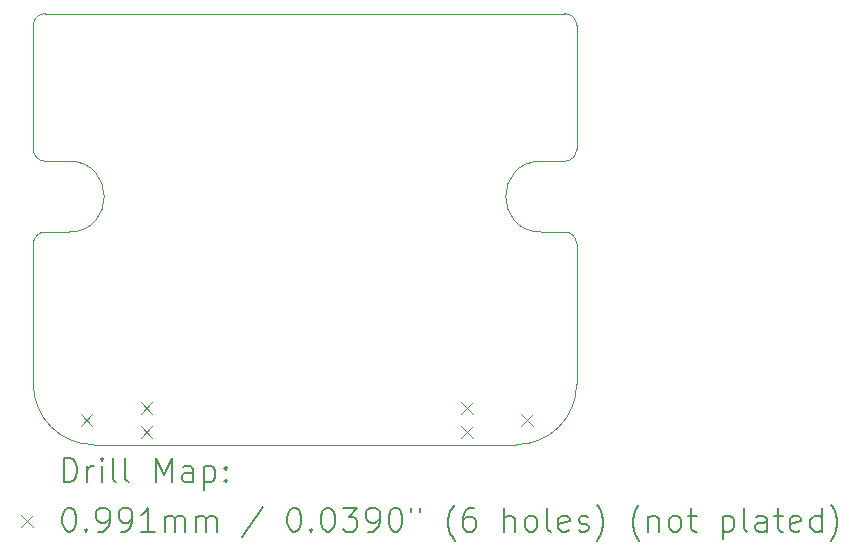
<source format=gbr>
%TF.GenerationSoftware,KiCad,Pcbnew,7.0.7*%
%TF.CreationDate,2023-12-03T17:34:22+00:00*%
%TF.ProjectId,tundraIOExpansion,74756e64-7261-4494-9f45-7870616e7369,rev?*%
%TF.SameCoordinates,Original*%
%TF.FileFunction,Drillmap*%
%TF.FilePolarity,Positive*%
%FSLAX45Y45*%
G04 Gerber Fmt 4.5, Leading zero omitted, Abs format (unit mm)*
G04 Created by KiCad (PCBNEW 7.0.7) date 2023-12-03 17:34:22*
%MOMM*%
%LPD*%
G01*
G04 APERTURE LIST*
%ADD10C,0.100000*%
%ADD11C,0.200000*%
%ADD12C,0.099060*%
G04 APERTURE END LIST*
D10*
X11578000Y-6809000D02*
G75*
G03*
X11678000Y-6909000I100000J0D01*
G01*
X11678000Y-7509000D02*
G75*
G03*
X11578000Y-7609000I0J-100000D01*
G01*
X16178000Y-7609000D02*
G75*
G03*
X16078000Y-7509000I-100000J0D01*
G01*
X16078000Y-6909000D02*
G75*
G03*
X16178000Y-6809000I0J100000D01*
G01*
X16178000Y-5759000D02*
G75*
G03*
X16078000Y-5659000I-100000J0D01*
G01*
X11678000Y-5659000D02*
G75*
G03*
X11578000Y-5759000I0J-100000D01*
G01*
X15665900Y-9309000D02*
G75*
G03*
X16178000Y-8796900I0J512100D01*
G01*
X11578000Y-8796900D02*
G75*
G03*
X12090100Y-9309000I512100J0D01*
G01*
X11578000Y-6809000D02*
X11578000Y-5759000D01*
X11878000Y-7509000D02*
X11678000Y-7509000D01*
X15878000Y-6909000D02*
X16078000Y-6909000D01*
X12090100Y-9309000D02*
X15665900Y-9309000D01*
X16178000Y-6809000D02*
X16178000Y-5759000D01*
X11578000Y-7609000D02*
X11578000Y-8796900D01*
X16078000Y-7509000D02*
X15878000Y-7509000D01*
X11678000Y-6909000D02*
X11878000Y-6909000D01*
X16078000Y-5659000D02*
X11678000Y-5659000D01*
X11878000Y-7509000D02*
G75*
G03*
X11878000Y-6909000I0J300000D01*
G01*
X16178000Y-8796900D02*
X16178000Y-7609000D01*
X15878000Y-6909000D02*
G75*
G03*
X15878000Y-7509000I0J-300000D01*
G01*
D11*
D12*
X11979470Y-9051470D02*
X12078530Y-9150530D01*
X12078530Y-9051470D02*
X11979470Y-9150530D01*
X12487470Y-8949870D02*
X12586530Y-9048930D01*
X12586530Y-8949870D02*
X12487470Y-9048930D01*
X12487470Y-9153070D02*
X12586530Y-9252130D01*
X12586530Y-9153070D02*
X12487470Y-9252130D01*
X15199470Y-8949870D02*
X15298530Y-9048930D01*
X15298530Y-8949870D02*
X15199470Y-9048930D01*
X15199470Y-9153070D02*
X15298530Y-9252130D01*
X15298530Y-9153070D02*
X15199470Y-9252130D01*
X15707470Y-9051470D02*
X15806530Y-9150530D01*
X15806530Y-9051470D02*
X15707470Y-9150530D01*
D11*
X11833777Y-9625484D02*
X11833777Y-9425484D01*
X11833777Y-9425484D02*
X11881396Y-9425484D01*
X11881396Y-9425484D02*
X11909967Y-9435008D01*
X11909967Y-9435008D02*
X11929015Y-9454055D01*
X11929015Y-9454055D02*
X11938539Y-9473103D01*
X11938539Y-9473103D02*
X11948062Y-9511198D01*
X11948062Y-9511198D02*
X11948062Y-9539770D01*
X11948062Y-9539770D02*
X11938539Y-9577865D01*
X11938539Y-9577865D02*
X11929015Y-9596912D01*
X11929015Y-9596912D02*
X11909967Y-9615960D01*
X11909967Y-9615960D02*
X11881396Y-9625484D01*
X11881396Y-9625484D02*
X11833777Y-9625484D01*
X12033777Y-9625484D02*
X12033777Y-9492150D01*
X12033777Y-9530246D02*
X12043301Y-9511198D01*
X12043301Y-9511198D02*
X12052824Y-9501674D01*
X12052824Y-9501674D02*
X12071872Y-9492150D01*
X12071872Y-9492150D02*
X12090920Y-9492150D01*
X12157586Y-9625484D02*
X12157586Y-9492150D01*
X12157586Y-9425484D02*
X12148062Y-9435008D01*
X12148062Y-9435008D02*
X12157586Y-9444531D01*
X12157586Y-9444531D02*
X12167110Y-9435008D01*
X12167110Y-9435008D02*
X12157586Y-9425484D01*
X12157586Y-9425484D02*
X12157586Y-9444531D01*
X12281396Y-9625484D02*
X12262348Y-9615960D01*
X12262348Y-9615960D02*
X12252824Y-9596912D01*
X12252824Y-9596912D02*
X12252824Y-9425484D01*
X12386158Y-9625484D02*
X12367110Y-9615960D01*
X12367110Y-9615960D02*
X12357586Y-9596912D01*
X12357586Y-9596912D02*
X12357586Y-9425484D01*
X12614729Y-9625484D02*
X12614729Y-9425484D01*
X12614729Y-9425484D02*
X12681396Y-9568341D01*
X12681396Y-9568341D02*
X12748062Y-9425484D01*
X12748062Y-9425484D02*
X12748062Y-9625484D01*
X12929015Y-9625484D02*
X12929015Y-9520722D01*
X12929015Y-9520722D02*
X12919491Y-9501674D01*
X12919491Y-9501674D02*
X12900443Y-9492150D01*
X12900443Y-9492150D02*
X12862348Y-9492150D01*
X12862348Y-9492150D02*
X12843301Y-9501674D01*
X12929015Y-9615960D02*
X12909967Y-9625484D01*
X12909967Y-9625484D02*
X12862348Y-9625484D01*
X12862348Y-9625484D02*
X12843301Y-9615960D01*
X12843301Y-9615960D02*
X12833777Y-9596912D01*
X12833777Y-9596912D02*
X12833777Y-9577865D01*
X12833777Y-9577865D02*
X12843301Y-9558817D01*
X12843301Y-9558817D02*
X12862348Y-9549293D01*
X12862348Y-9549293D02*
X12909967Y-9549293D01*
X12909967Y-9549293D02*
X12929015Y-9539770D01*
X13024253Y-9492150D02*
X13024253Y-9692150D01*
X13024253Y-9501674D02*
X13043301Y-9492150D01*
X13043301Y-9492150D02*
X13081396Y-9492150D01*
X13081396Y-9492150D02*
X13100443Y-9501674D01*
X13100443Y-9501674D02*
X13109967Y-9511198D01*
X13109967Y-9511198D02*
X13119491Y-9530246D01*
X13119491Y-9530246D02*
X13119491Y-9587389D01*
X13119491Y-9587389D02*
X13109967Y-9606436D01*
X13109967Y-9606436D02*
X13100443Y-9615960D01*
X13100443Y-9615960D02*
X13081396Y-9625484D01*
X13081396Y-9625484D02*
X13043301Y-9625484D01*
X13043301Y-9625484D02*
X13024253Y-9615960D01*
X13205205Y-9606436D02*
X13214729Y-9615960D01*
X13214729Y-9615960D02*
X13205205Y-9625484D01*
X13205205Y-9625484D02*
X13195682Y-9615960D01*
X13195682Y-9615960D02*
X13205205Y-9606436D01*
X13205205Y-9606436D02*
X13205205Y-9625484D01*
X13205205Y-9501674D02*
X13214729Y-9511198D01*
X13214729Y-9511198D02*
X13205205Y-9520722D01*
X13205205Y-9520722D02*
X13195682Y-9511198D01*
X13195682Y-9511198D02*
X13205205Y-9501674D01*
X13205205Y-9501674D02*
X13205205Y-9520722D01*
D12*
X11473940Y-9904470D02*
X11573000Y-10003530D01*
X11573000Y-9904470D02*
X11473940Y-10003530D01*
D11*
X11871872Y-9845484D02*
X11890920Y-9845484D01*
X11890920Y-9845484D02*
X11909967Y-9855008D01*
X11909967Y-9855008D02*
X11919491Y-9864531D01*
X11919491Y-9864531D02*
X11929015Y-9883579D01*
X11929015Y-9883579D02*
X11938539Y-9921674D01*
X11938539Y-9921674D02*
X11938539Y-9969293D01*
X11938539Y-9969293D02*
X11929015Y-10007389D01*
X11929015Y-10007389D02*
X11919491Y-10026436D01*
X11919491Y-10026436D02*
X11909967Y-10035960D01*
X11909967Y-10035960D02*
X11890920Y-10045484D01*
X11890920Y-10045484D02*
X11871872Y-10045484D01*
X11871872Y-10045484D02*
X11852824Y-10035960D01*
X11852824Y-10035960D02*
X11843301Y-10026436D01*
X11843301Y-10026436D02*
X11833777Y-10007389D01*
X11833777Y-10007389D02*
X11824253Y-9969293D01*
X11824253Y-9969293D02*
X11824253Y-9921674D01*
X11824253Y-9921674D02*
X11833777Y-9883579D01*
X11833777Y-9883579D02*
X11843301Y-9864531D01*
X11843301Y-9864531D02*
X11852824Y-9855008D01*
X11852824Y-9855008D02*
X11871872Y-9845484D01*
X12024253Y-10026436D02*
X12033777Y-10035960D01*
X12033777Y-10035960D02*
X12024253Y-10045484D01*
X12024253Y-10045484D02*
X12014729Y-10035960D01*
X12014729Y-10035960D02*
X12024253Y-10026436D01*
X12024253Y-10026436D02*
X12024253Y-10045484D01*
X12129015Y-10045484D02*
X12167110Y-10045484D01*
X12167110Y-10045484D02*
X12186158Y-10035960D01*
X12186158Y-10035960D02*
X12195682Y-10026436D01*
X12195682Y-10026436D02*
X12214729Y-9997865D01*
X12214729Y-9997865D02*
X12224253Y-9959770D01*
X12224253Y-9959770D02*
X12224253Y-9883579D01*
X12224253Y-9883579D02*
X12214729Y-9864531D01*
X12214729Y-9864531D02*
X12205205Y-9855008D01*
X12205205Y-9855008D02*
X12186158Y-9845484D01*
X12186158Y-9845484D02*
X12148062Y-9845484D01*
X12148062Y-9845484D02*
X12129015Y-9855008D01*
X12129015Y-9855008D02*
X12119491Y-9864531D01*
X12119491Y-9864531D02*
X12109967Y-9883579D01*
X12109967Y-9883579D02*
X12109967Y-9931198D01*
X12109967Y-9931198D02*
X12119491Y-9950246D01*
X12119491Y-9950246D02*
X12129015Y-9959770D01*
X12129015Y-9959770D02*
X12148062Y-9969293D01*
X12148062Y-9969293D02*
X12186158Y-9969293D01*
X12186158Y-9969293D02*
X12205205Y-9959770D01*
X12205205Y-9959770D02*
X12214729Y-9950246D01*
X12214729Y-9950246D02*
X12224253Y-9931198D01*
X12319491Y-10045484D02*
X12357586Y-10045484D01*
X12357586Y-10045484D02*
X12376634Y-10035960D01*
X12376634Y-10035960D02*
X12386158Y-10026436D01*
X12386158Y-10026436D02*
X12405205Y-9997865D01*
X12405205Y-9997865D02*
X12414729Y-9959770D01*
X12414729Y-9959770D02*
X12414729Y-9883579D01*
X12414729Y-9883579D02*
X12405205Y-9864531D01*
X12405205Y-9864531D02*
X12395682Y-9855008D01*
X12395682Y-9855008D02*
X12376634Y-9845484D01*
X12376634Y-9845484D02*
X12338539Y-9845484D01*
X12338539Y-9845484D02*
X12319491Y-9855008D01*
X12319491Y-9855008D02*
X12309967Y-9864531D01*
X12309967Y-9864531D02*
X12300443Y-9883579D01*
X12300443Y-9883579D02*
X12300443Y-9931198D01*
X12300443Y-9931198D02*
X12309967Y-9950246D01*
X12309967Y-9950246D02*
X12319491Y-9959770D01*
X12319491Y-9959770D02*
X12338539Y-9969293D01*
X12338539Y-9969293D02*
X12376634Y-9969293D01*
X12376634Y-9969293D02*
X12395682Y-9959770D01*
X12395682Y-9959770D02*
X12405205Y-9950246D01*
X12405205Y-9950246D02*
X12414729Y-9931198D01*
X12605205Y-10045484D02*
X12490920Y-10045484D01*
X12548062Y-10045484D02*
X12548062Y-9845484D01*
X12548062Y-9845484D02*
X12529015Y-9874055D01*
X12529015Y-9874055D02*
X12509967Y-9893103D01*
X12509967Y-9893103D02*
X12490920Y-9902627D01*
X12690920Y-10045484D02*
X12690920Y-9912150D01*
X12690920Y-9931198D02*
X12700443Y-9921674D01*
X12700443Y-9921674D02*
X12719491Y-9912150D01*
X12719491Y-9912150D02*
X12748063Y-9912150D01*
X12748063Y-9912150D02*
X12767110Y-9921674D01*
X12767110Y-9921674D02*
X12776634Y-9940722D01*
X12776634Y-9940722D02*
X12776634Y-10045484D01*
X12776634Y-9940722D02*
X12786158Y-9921674D01*
X12786158Y-9921674D02*
X12805205Y-9912150D01*
X12805205Y-9912150D02*
X12833777Y-9912150D01*
X12833777Y-9912150D02*
X12852824Y-9921674D01*
X12852824Y-9921674D02*
X12862348Y-9940722D01*
X12862348Y-9940722D02*
X12862348Y-10045484D01*
X12957586Y-10045484D02*
X12957586Y-9912150D01*
X12957586Y-9931198D02*
X12967110Y-9921674D01*
X12967110Y-9921674D02*
X12986158Y-9912150D01*
X12986158Y-9912150D02*
X13014729Y-9912150D01*
X13014729Y-9912150D02*
X13033777Y-9921674D01*
X13033777Y-9921674D02*
X13043301Y-9940722D01*
X13043301Y-9940722D02*
X13043301Y-10045484D01*
X13043301Y-9940722D02*
X13052824Y-9921674D01*
X13052824Y-9921674D02*
X13071872Y-9912150D01*
X13071872Y-9912150D02*
X13100443Y-9912150D01*
X13100443Y-9912150D02*
X13119491Y-9921674D01*
X13119491Y-9921674D02*
X13129015Y-9940722D01*
X13129015Y-9940722D02*
X13129015Y-10045484D01*
X13519491Y-9835960D02*
X13348063Y-10093103D01*
X13776634Y-9845484D02*
X13795682Y-9845484D01*
X13795682Y-9845484D02*
X13814729Y-9855008D01*
X13814729Y-9855008D02*
X13824253Y-9864531D01*
X13824253Y-9864531D02*
X13833777Y-9883579D01*
X13833777Y-9883579D02*
X13843301Y-9921674D01*
X13843301Y-9921674D02*
X13843301Y-9969293D01*
X13843301Y-9969293D02*
X13833777Y-10007389D01*
X13833777Y-10007389D02*
X13824253Y-10026436D01*
X13824253Y-10026436D02*
X13814729Y-10035960D01*
X13814729Y-10035960D02*
X13795682Y-10045484D01*
X13795682Y-10045484D02*
X13776634Y-10045484D01*
X13776634Y-10045484D02*
X13757586Y-10035960D01*
X13757586Y-10035960D02*
X13748063Y-10026436D01*
X13748063Y-10026436D02*
X13738539Y-10007389D01*
X13738539Y-10007389D02*
X13729015Y-9969293D01*
X13729015Y-9969293D02*
X13729015Y-9921674D01*
X13729015Y-9921674D02*
X13738539Y-9883579D01*
X13738539Y-9883579D02*
X13748063Y-9864531D01*
X13748063Y-9864531D02*
X13757586Y-9855008D01*
X13757586Y-9855008D02*
X13776634Y-9845484D01*
X13929015Y-10026436D02*
X13938539Y-10035960D01*
X13938539Y-10035960D02*
X13929015Y-10045484D01*
X13929015Y-10045484D02*
X13919491Y-10035960D01*
X13919491Y-10035960D02*
X13929015Y-10026436D01*
X13929015Y-10026436D02*
X13929015Y-10045484D01*
X14062348Y-9845484D02*
X14081396Y-9845484D01*
X14081396Y-9845484D02*
X14100444Y-9855008D01*
X14100444Y-9855008D02*
X14109967Y-9864531D01*
X14109967Y-9864531D02*
X14119491Y-9883579D01*
X14119491Y-9883579D02*
X14129015Y-9921674D01*
X14129015Y-9921674D02*
X14129015Y-9969293D01*
X14129015Y-9969293D02*
X14119491Y-10007389D01*
X14119491Y-10007389D02*
X14109967Y-10026436D01*
X14109967Y-10026436D02*
X14100444Y-10035960D01*
X14100444Y-10035960D02*
X14081396Y-10045484D01*
X14081396Y-10045484D02*
X14062348Y-10045484D01*
X14062348Y-10045484D02*
X14043301Y-10035960D01*
X14043301Y-10035960D02*
X14033777Y-10026436D01*
X14033777Y-10026436D02*
X14024253Y-10007389D01*
X14024253Y-10007389D02*
X14014729Y-9969293D01*
X14014729Y-9969293D02*
X14014729Y-9921674D01*
X14014729Y-9921674D02*
X14024253Y-9883579D01*
X14024253Y-9883579D02*
X14033777Y-9864531D01*
X14033777Y-9864531D02*
X14043301Y-9855008D01*
X14043301Y-9855008D02*
X14062348Y-9845484D01*
X14195682Y-9845484D02*
X14319491Y-9845484D01*
X14319491Y-9845484D02*
X14252825Y-9921674D01*
X14252825Y-9921674D02*
X14281396Y-9921674D01*
X14281396Y-9921674D02*
X14300444Y-9931198D01*
X14300444Y-9931198D02*
X14309967Y-9940722D01*
X14309967Y-9940722D02*
X14319491Y-9959770D01*
X14319491Y-9959770D02*
X14319491Y-10007389D01*
X14319491Y-10007389D02*
X14309967Y-10026436D01*
X14309967Y-10026436D02*
X14300444Y-10035960D01*
X14300444Y-10035960D02*
X14281396Y-10045484D01*
X14281396Y-10045484D02*
X14224253Y-10045484D01*
X14224253Y-10045484D02*
X14205206Y-10035960D01*
X14205206Y-10035960D02*
X14195682Y-10026436D01*
X14414729Y-10045484D02*
X14452825Y-10045484D01*
X14452825Y-10045484D02*
X14471872Y-10035960D01*
X14471872Y-10035960D02*
X14481396Y-10026436D01*
X14481396Y-10026436D02*
X14500444Y-9997865D01*
X14500444Y-9997865D02*
X14509967Y-9959770D01*
X14509967Y-9959770D02*
X14509967Y-9883579D01*
X14509967Y-9883579D02*
X14500444Y-9864531D01*
X14500444Y-9864531D02*
X14490920Y-9855008D01*
X14490920Y-9855008D02*
X14471872Y-9845484D01*
X14471872Y-9845484D02*
X14433777Y-9845484D01*
X14433777Y-9845484D02*
X14414729Y-9855008D01*
X14414729Y-9855008D02*
X14405206Y-9864531D01*
X14405206Y-9864531D02*
X14395682Y-9883579D01*
X14395682Y-9883579D02*
X14395682Y-9931198D01*
X14395682Y-9931198D02*
X14405206Y-9950246D01*
X14405206Y-9950246D02*
X14414729Y-9959770D01*
X14414729Y-9959770D02*
X14433777Y-9969293D01*
X14433777Y-9969293D02*
X14471872Y-9969293D01*
X14471872Y-9969293D02*
X14490920Y-9959770D01*
X14490920Y-9959770D02*
X14500444Y-9950246D01*
X14500444Y-9950246D02*
X14509967Y-9931198D01*
X14633777Y-9845484D02*
X14652825Y-9845484D01*
X14652825Y-9845484D02*
X14671872Y-9855008D01*
X14671872Y-9855008D02*
X14681396Y-9864531D01*
X14681396Y-9864531D02*
X14690920Y-9883579D01*
X14690920Y-9883579D02*
X14700444Y-9921674D01*
X14700444Y-9921674D02*
X14700444Y-9969293D01*
X14700444Y-9969293D02*
X14690920Y-10007389D01*
X14690920Y-10007389D02*
X14681396Y-10026436D01*
X14681396Y-10026436D02*
X14671872Y-10035960D01*
X14671872Y-10035960D02*
X14652825Y-10045484D01*
X14652825Y-10045484D02*
X14633777Y-10045484D01*
X14633777Y-10045484D02*
X14614729Y-10035960D01*
X14614729Y-10035960D02*
X14605206Y-10026436D01*
X14605206Y-10026436D02*
X14595682Y-10007389D01*
X14595682Y-10007389D02*
X14586158Y-9969293D01*
X14586158Y-9969293D02*
X14586158Y-9921674D01*
X14586158Y-9921674D02*
X14595682Y-9883579D01*
X14595682Y-9883579D02*
X14605206Y-9864531D01*
X14605206Y-9864531D02*
X14614729Y-9855008D01*
X14614729Y-9855008D02*
X14633777Y-9845484D01*
X14776634Y-9845484D02*
X14776634Y-9883579D01*
X14852825Y-9845484D02*
X14852825Y-9883579D01*
X15148063Y-10121674D02*
X15138539Y-10112150D01*
X15138539Y-10112150D02*
X15119491Y-10083579D01*
X15119491Y-10083579D02*
X15109968Y-10064531D01*
X15109968Y-10064531D02*
X15100444Y-10035960D01*
X15100444Y-10035960D02*
X15090920Y-9988341D01*
X15090920Y-9988341D02*
X15090920Y-9950246D01*
X15090920Y-9950246D02*
X15100444Y-9902627D01*
X15100444Y-9902627D02*
X15109968Y-9874055D01*
X15109968Y-9874055D02*
X15119491Y-9855008D01*
X15119491Y-9855008D02*
X15138539Y-9826436D01*
X15138539Y-9826436D02*
X15148063Y-9816912D01*
X15309968Y-9845484D02*
X15271872Y-9845484D01*
X15271872Y-9845484D02*
X15252825Y-9855008D01*
X15252825Y-9855008D02*
X15243301Y-9864531D01*
X15243301Y-9864531D02*
X15224253Y-9893103D01*
X15224253Y-9893103D02*
X15214729Y-9931198D01*
X15214729Y-9931198D02*
X15214729Y-10007389D01*
X15214729Y-10007389D02*
X15224253Y-10026436D01*
X15224253Y-10026436D02*
X15233777Y-10035960D01*
X15233777Y-10035960D02*
X15252825Y-10045484D01*
X15252825Y-10045484D02*
X15290920Y-10045484D01*
X15290920Y-10045484D02*
X15309968Y-10035960D01*
X15309968Y-10035960D02*
X15319491Y-10026436D01*
X15319491Y-10026436D02*
X15329015Y-10007389D01*
X15329015Y-10007389D02*
X15329015Y-9959770D01*
X15329015Y-9959770D02*
X15319491Y-9940722D01*
X15319491Y-9940722D02*
X15309968Y-9931198D01*
X15309968Y-9931198D02*
X15290920Y-9921674D01*
X15290920Y-9921674D02*
X15252825Y-9921674D01*
X15252825Y-9921674D02*
X15233777Y-9931198D01*
X15233777Y-9931198D02*
X15224253Y-9940722D01*
X15224253Y-9940722D02*
X15214729Y-9959770D01*
X15567110Y-10045484D02*
X15567110Y-9845484D01*
X15652825Y-10045484D02*
X15652825Y-9940722D01*
X15652825Y-9940722D02*
X15643301Y-9921674D01*
X15643301Y-9921674D02*
X15624253Y-9912150D01*
X15624253Y-9912150D02*
X15595682Y-9912150D01*
X15595682Y-9912150D02*
X15576634Y-9921674D01*
X15576634Y-9921674D02*
X15567110Y-9931198D01*
X15776634Y-10045484D02*
X15757587Y-10035960D01*
X15757587Y-10035960D02*
X15748063Y-10026436D01*
X15748063Y-10026436D02*
X15738539Y-10007389D01*
X15738539Y-10007389D02*
X15738539Y-9950246D01*
X15738539Y-9950246D02*
X15748063Y-9931198D01*
X15748063Y-9931198D02*
X15757587Y-9921674D01*
X15757587Y-9921674D02*
X15776634Y-9912150D01*
X15776634Y-9912150D02*
X15805206Y-9912150D01*
X15805206Y-9912150D02*
X15824253Y-9921674D01*
X15824253Y-9921674D02*
X15833777Y-9931198D01*
X15833777Y-9931198D02*
X15843301Y-9950246D01*
X15843301Y-9950246D02*
X15843301Y-10007389D01*
X15843301Y-10007389D02*
X15833777Y-10026436D01*
X15833777Y-10026436D02*
X15824253Y-10035960D01*
X15824253Y-10035960D02*
X15805206Y-10045484D01*
X15805206Y-10045484D02*
X15776634Y-10045484D01*
X15957587Y-10045484D02*
X15938539Y-10035960D01*
X15938539Y-10035960D02*
X15929015Y-10016912D01*
X15929015Y-10016912D02*
X15929015Y-9845484D01*
X16109968Y-10035960D02*
X16090920Y-10045484D01*
X16090920Y-10045484D02*
X16052825Y-10045484D01*
X16052825Y-10045484D02*
X16033777Y-10035960D01*
X16033777Y-10035960D02*
X16024253Y-10016912D01*
X16024253Y-10016912D02*
X16024253Y-9940722D01*
X16024253Y-9940722D02*
X16033777Y-9921674D01*
X16033777Y-9921674D02*
X16052825Y-9912150D01*
X16052825Y-9912150D02*
X16090920Y-9912150D01*
X16090920Y-9912150D02*
X16109968Y-9921674D01*
X16109968Y-9921674D02*
X16119491Y-9940722D01*
X16119491Y-9940722D02*
X16119491Y-9959770D01*
X16119491Y-9959770D02*
X16024253Y-9978817D01*
X16195682Y-10035960D02*
X16214730Y-10045484D01*
X16214730Y-10045484D02*
X16252825Y-10045484D01*
X16252825Y-10045484D02*
X16271872Y-10035960D01*
X16271872Y-10035960D02*
X16281396Y-10016912D01*
X16281396Y-10016912D02*
X16281396Y-10007389D01*
X16281396Y-10007389D02*
X16271872Y-9988341D01*
X16271872Y-9988341D02*
X16252825Y-9978817D01*
X16252825Y-9978817D02*
X16224253Y-9978817D01*
X16224253Y-9978817D02*
X16205206Y-9969293D01*
X16205206Y-9969293D02*
X16195682Y-9950246D01*
X16195682Y-9950246D02*
X16195682Y-9940722D01*
X16195682Y-9940722D02*
X16205206Y-9921674D01*
X16205206Y-9921674D02*
X16224253Y-9912150D01*
X16224253Y-9912150D02*
X16252825Y-9912150D01*
X16252825Y-9912150D02*
X16271872Y-9921674D01*
X16348063Y-10121674D02*
X16357587Y-10112150D01*
X16357587Y-10112150D02*
X16376634Y-10083579D01*
X16376634Y-10083579D02*
X16386158Y-10064531D01*
X16386158Y-10064531D02*
X16395682Y-10035960D01*
X16395682Y-10035960D02*
X16405206Y-9988341D01*
X16405206Y-9988341D02*
X16405206Y-9950246D01*
X16405206Y-9950246D02*
X16395682Y-9902627D01*
X16395682Y-9902627D02*
X16386158Y-9874055D01*
X16386158Y-9874055D02*
X16376634Y-9855008D01*
X16376634Y-9855008D02*
X16357587Y-9826436D01*
X16357587Y-9826436D02*
X16348063Y-9816912D01*
X16709968Y-10121674D02*
X16700444Y-10112150D01*
X16700444Y-10112150D02*
X16681396Y-10083579D01*
X16681396Y-10083579D02*
X16671872Y-10064531D01*
X16671872Y-10064531D02*
X16662349Y-10035960D01*
X16662349Y-10035960D02*
X16652825Y-9988341D01*
X16652825Y-9988341D02*
X16652825Y-9950246D01*
X16652825Y-9950246D02*
X16662349Y-9902627D01*
X16662349Y-9902627D02*
X16671872Y-9874055D01*
X16671872Y-9874055D02*
X16681396Y-9855008D01*
X16681396Y-9855008D02*
X16700444Y-9826436D01*
X16700444Y-9826436D02*
X16709968Y-9816912D01*
X16786158Y-9912150D02*
X16786158Y-10045484D01*
X16786158Y-9931198D02*
X16795682Y-9921674D01*
X16795682Y-9921674D02*
X16814730Y-9912150D01*
X16814730Y-9912150D02*
X16843301Y-9912150D01*
X16843301Y-9912150D02*
X16862349Y-9921674D01*
X16862349Y-9921674D02*
X16871873Y-9940722D01*
X16871873Y-9940722D02*
X16871873Y-10045484D01*
X16995682Y-10045484D02*
X16976634Y-10035960D01*
X16976634Y-10035960D02*
X16967111Y-10026436D01*
X16967111Y-10026436D02*
X16957587Y-10007389D01*
X16957587Y-10007389D02*
X16957587Y-9950246D01*
X16957587Y-9950246D02*
X16967111Y-9931198D01*
X16967111Y-9931198D02*
X16976634Y-9921674D01*
X16976634Y-9921674D02*
X16995682Y-9912150D01*
X16995682Y-9912150D02*
X17024254Y-9912150D01*
X17024254Y-9912150D02*
X17043301Y-9921674D01*
X17043301Y-9921674D02*
X17052825Y-9931198D01*
X17052825Y-9931198D02*
X17062349Y-9950246D01*
X17062349Y-9950246D02*
X17062349Y-10007389D01*
X17062349Y-10007389D02*
X17052825Y-10026436D01*
X17052825Y-10026436D02*
X17043301Y-10035960D01*
X17043301Y-10035960D02*
X17024254Y-10045484D01*
X17024254Y-10045484D02*
X16995682Y-10045484D01*
X17119492Y-9912150D02*
X17195682Y-9912150D01*
X17148063Y-9845484D02*
X17148063Y-10016912D01*
X17148063Y-10016912D02*
X17157587Y-10035960D01*
X17157587Y-10035960D02*
X17176634Y-10045484D01*
X17176634Y-10045484D02*
X17195682Y-10045484D01*
X17414730Y-9912150D02*
X17414730Y-10112150D01*
X17414730Y-9921674D02*
X17433777Y-9912150D01*
X17433777Y-9912150D02*
X17471873Y-9912150D01*
X17471873Y-9912150D02*
X17490920Y-9921674D01*
X17490920Y-9921674D02*
X17500444Y-9931198D01*
X17500444Y-9931198D02*
X17509968Y-9950246D01*
X17509968Y-9950246D02*
X17509968Y-10007389D01*
X17509968Y-10007389D02*
X17500444Y-10026436D01*
X17500444Y-10026436D02*
X17490920Y-10035960D01*
X17490920Y-10035960D02*
X17471873Y-10045484D01*
X17471873Y-10045484D02*
X17433777Y-10045484D01*
X17433777Y-10045484D02*
X17414730Y-10035960D01*
X17624254Y-10045484D02*
X17605206Y-10035960D01*
X17605206Y-10035960D02*
X17595682Y-10016912D01*
X17595682Y-10016912D02*
X17595682Y-9845484D01*
X17786158Y-10045484D02*
X17786158Y-9940722D01*
X17786158Y-9940722D02*
X17776635Y-9921674D01*
X17776635Y-9921674D02*
X17757587Y-9912150D01*
X17757587Y-9912150D02*
X17719492Y-9912150D01*
X17719492Y-9912150D02*
X17700444Y-9921674D01*
X17786158Y-10035960D02*
X17767111Y-10045484D01*
X17767111Y-10045484D02*
X17719492Y-10045484D01*
X17719492Y-10045484D02*
X17700444Y-10035960D01*
X17700444Y-10035960D02*
X17690920Y-10016912D01*
X17690920Y-10016912D02*
X17690920Y-9997865D01*
X17690920Y-9997865D02*
X17700444Y-9978817D01*
X17700444Y-9978817D02*
X17719492Y-9969293D01*
X17719492Y-9969293D02*
X17767111Y-9969293D01*
X17767111Y-9969293D02*
X17786158Y-9959770D01*
X17852825Y-9912150D02*
X17929015Y-9912150D01*
X17881396Y-9845484D02*
X17881396Y-10016912D01*
X17881396Y-10016912D02*
X17890920Y-10035960D01*
X17890920Y-10035960D02*
X17909968Y-10045484D01*
X17909968Y-10045484D02*
X17929015Y-10045484D01*
X18071873Y-10035960D02*
X18052825Y-10045484D01*
X18052825Y-10045484D02*
X18014730Y-10045484D01*
X18014730Y-10045484D02*
X17995682Y-10035960D01*
X17995682Y-10035960D02*
X17986158Y-10016912D01*
X17986158Y-10016912D02*
X17986158Y-9940722D01*
X17986158Y-9940722D02*
X17995682Y-9921674D01*
X17995682Y-9921674D02*
X18014730Y-9912150D01*
X18014730Y-9912150D02*
X18052825Y-9912150D01*
X18052825Y-9912150D02*
X18071873Y-9921674D01*
X18071873Y-9921674D02*
X18081396Y-9940722D01*
X18081396Y-9940722D02*
X18081396Y-9959770D01*
X18081396Y-9959770D02*
X17986158Y-9978817D01*
X18252825Y-10045484D02*
X18252825Y-9845484D01*
X18252825Y-10035960D02*
X18233777Y-10045484D01*
X18233777Y-10045484D02*
X18195682Y-10045484D01*
X18195682Y-10045484D02*
X18176635Y-10035960D01*
X18176635Y-10035960D02*
X18167111Y-10026436D01*
X18167111Y-10026436D02*
X18157587Y-10007389D01*
X18157587Y-10007389D02*
X18157587Y-9950246D01*
X18157587Y-9950246D02*
X18167111Y-9931198D01*
X18167111Y-9931198D02*
X18176635Y-9921674D01*
X18176635Y-9921674D02*
X18195682Y-9912150D01*
X18195682Y-9912150D02*
X18233777Y-9912150D01*
X18233777Y-9912150D02*
X18252825Y-9921674D01*
X18329016Y-10121674D02*
X18338539Y-10112150D01*
X18338539Y-10112150D02*
X18357587Y-10083579D01*
X18357587Y-10083579D02*
X18367111Y-10064531D01*
X18367111Y-10064531D02*
X18376635Y-10035960D01*
X18376635Y-10035960D02*
X18386158Y-9988341D01*
X18386158Y-9988341D02*
X18386158Y-9950246D01*
X18386158Y-9950246D02*
X18376635Y-9902627D01*
X18376635Y-9902627D02*
X18367111Y-9874055D01*
X18367111Y-9874055D02*
X18357587Y-9855008D01*
X18357587Y-9855008D02*
X18338539Y-9826436D01*
X18338539Y-9826436D02*
X18329016Y-9816912D01*
M02*

</source>
